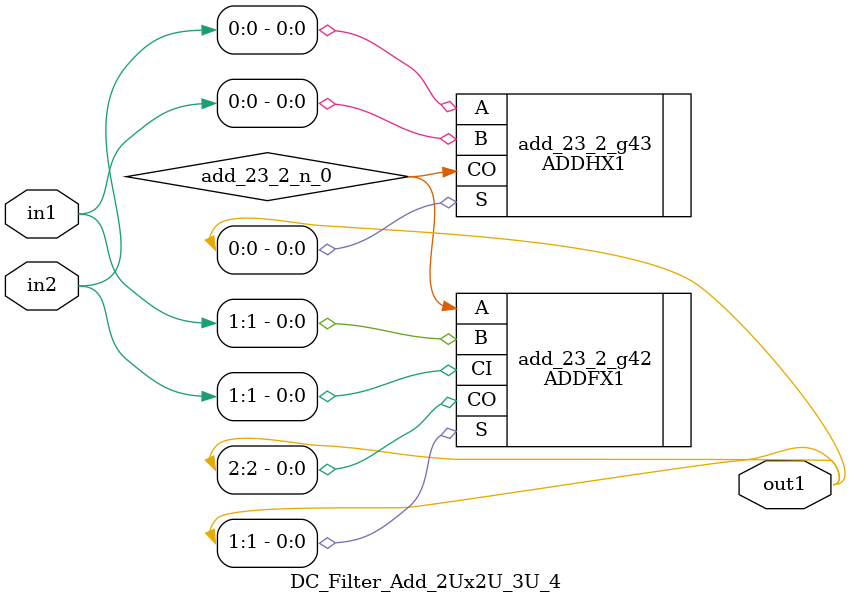
<source format=v>
`timescale 1ps / 1ps


module DC_Filter_Add_2Ux2U_3U_4(in2, in1, out1);
  input [1:0] in2, in1;
  output [2:0] out1;
  wire [1:0] in2, in1;
  wire [2:0] out1;
  wire add_23_2_n_0;
  ADDFX1 add_23_2_g42(.A (add_23_2_n_0), .B (in1[1]), .CI (in2[1]), .CO
       (out1[2]), .S (out1[1]));
  ADDHX1 add_23_2_g43(.A (in2[0]), .B (in1[0]), .CO (add_23_2_n_0), .S
       (out1[0]));
endmodule



</source>
